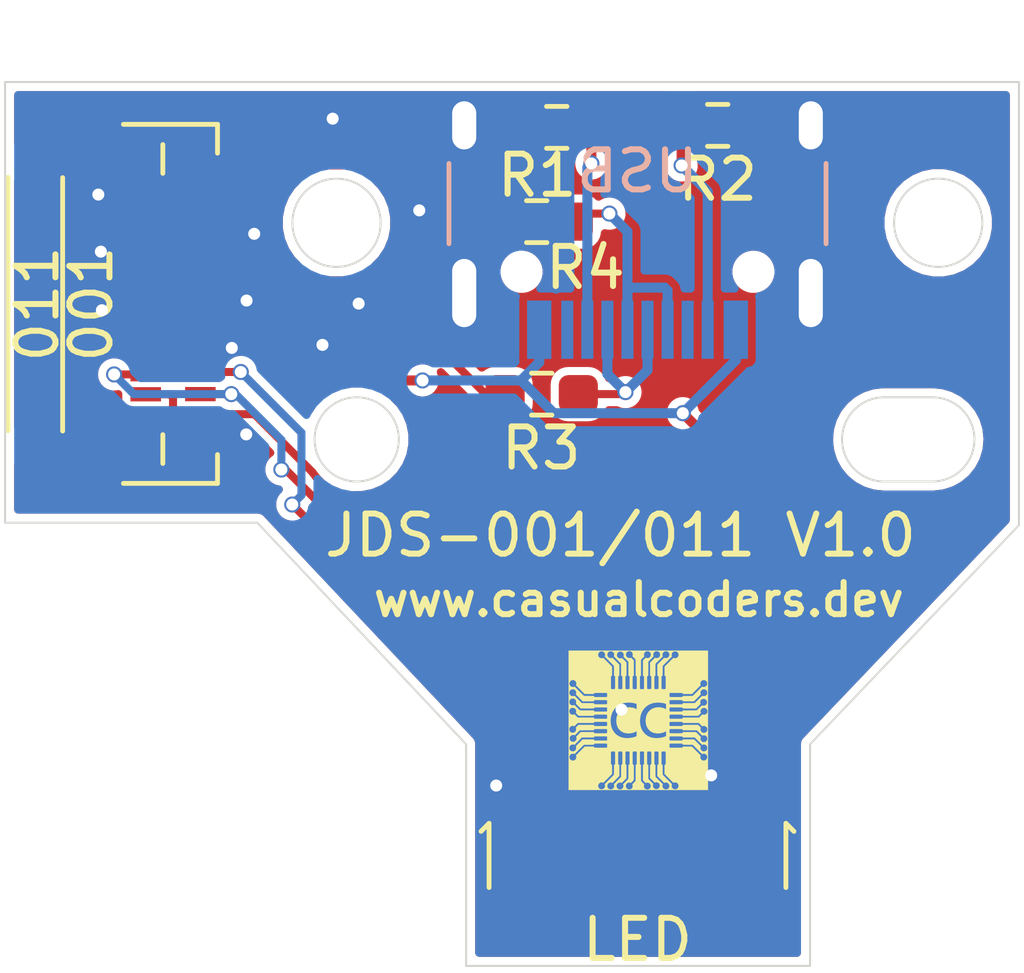
<source format=kicad_pcb>
(kicad_pcb (version 20171130) (host pcbnew "(5.1.10)-1")
  (layers (0 F.Cu signal) (31 B.Cu signal) (34 B.Paste user hide) (35 F.Paste user hide) (36 B.SilkS user) (37 F.SilkS user) (38 B.Mask user) (39 F.Mask user) (44 Edge.Cuts user))
  (net 0 "")
  (net 1 GND)
  (net 2 "Net-(J1-PadA6)")
  (net 3 "Net-(J1-PadB5)")
  (net 4 "Net-(J1-PadA8)")
  (net 5 "Net-(J1-PadA7)")
  (net 6 "Net-(J1-PadA5)")
  (net 7 "Net-(J1-PadB8)")
  (net 8 /d-)
  (net 9 /d+)
  (net 10 VCC)
  (net 11 /B)
  (net 12 /R)
  (net 13 /G)
  (net 14 "Net-(J3-Pad5)")
  (module "MSL0104RGB:3.5mm CC_Logo" (layer F.Cu) (at 119.9261 69.2531)
    (fp_text reference G*** hide)
    (fp_text value LOGO hide)
  )
  (module Resistor_SMD:R_0603_1608Metric_Pad0.98x0.95mm_HandSolder (layer F.Cu) (at 121.9049 54.4209 180)
    (fp_text reference R2 (at 0 -1.35) (layer F.SilkS))
    (fp_text value 5.1k)
    (pad 2 smd roundrect (at 0.9125 0 180) (size 0.975 0.95) (layers F.Cu F.Paste F.Mask) (net 3 "Net-(J1-PadB5)"))
    (pad 1 smd roundrect (at -0.9125 0 180) (size 0.975 0.95) (layers F.Cu F.Paste F.Mask) (net 1 GND))
  )
  (module Resistor_SMD:R_0603_1608Metric_Pad0.98x0.95mm_HandSolder (layer F.Cu) (at 117.5174 61.1209)
    (fp_text reference R3 (at -0.0125 1.35) (layer F.SilkS))
    (fp_text value Comp)
    (pad 1 smd roundrect (at -0.9125 0) (size 0.975 0.95) (layers F.Cu F.Paste F.Mask) (net 8 /d-))
    (pad 2 smd roundrect (at 0.9125 0) (size 0.975 0.95) (layers F.Cu F.Paste F.Mask) (net 5 "Net-(J1-PadA7)"))
  )
  (module Resistor_SMD:R_0603_1608Metric_Pad0.98x0.95mm_HandSolder (layer F.Cu) (at 117.3924 56.8209)
    (fp_text reference R4 (at 1.2125 1.15) (layer F.SilkS))
    (fp_text value Comp)
    (pad 2 smd roundrect (at 0.9125 0) (size 0.975 0.95) (layers F.Cu F.Paste F.Mask) (net 2 "Net-(J1-PadA6)"))
    (pad 1 smd roundrect (at -0.9125 0) (size 0.975 0.95) (layers F.Cu F.Paste F.Mask) (net 9 /d+))
  )
  (module Resistor_SMD:R_0603_1608Metric_Pad0.98x0.95mm_HandSolder (layer F.Cu) (at 117.8924 54.4709)
    (fp_text reference R1 (at -0.4875 1.2) (layer F.SilkS))
    (fp_text value 5.1k)
    (pad 1 smd roundrect (at -0.9125 0) (size 0.975 0.95) (layers F.Cu F.Paste F.Mask) (net 1 GND))
    (pad 2 smd roundrect (at 0.9125 0) (size 0.975 0.95) (layers F.Cu F.Paste F.Mask) (net 6 "Net-(J1-PadA5)"))
  )
  (module Connector_USB:USB_C_Receptacle_HRO_TYPE-C-31-M-12 (layer B.Cu) (at 119.9049 55.4709)
    (fp_text reference USB (at -0.0042 0.0916) (layer B.SilkS) (effects (justify mirror)))
    (fp_text value USB_C_Receptacle_USB2.0 hide)
    (pad B1 smd rect (at 3.25 4.045) (size 0.6 1.45) (layers B.Cu B.Paste B.Mask) (net 1 GND))
    (pad A9 smd rect (at 2.45 4.045) (size 0.6 1.45) (layers B.Cu B.Paste B.Mask) (net 10 VCC))
    (pad B9 smd rect (at -2.45 4.045) (size 0.6 1.45) (layers B.Cu B.Paste B.Mask) (net 10 VCC))
    (pad B12 smd rect (at -3.25 4.045) (size 0.6 1.45) (layers B.Cu B.Paste B.Mask) (net 1 GND))
    (pad A1 smd rect (at -3.25 4.045) (size 0.6 1.45) (layers B.Cu B.Paste B.Mask) (net 1 GND))
    (pad A4 smd rect (at -2.45 4.045) (size 0.6 1.45) (layers B.Cu B.Paste B.Mask) (net 10 VCC))
    (pad B4 smd rect (at 2.45 4.045) (size 0.6 1.45) (layers B.Cu B.Paste B.Mask) (net 10 VCC))
    (pad A12 smd rect (at 3.25 4.045) (size 0.6 1.45) (layers B.Cu B.Paste B.Mask) (net 1 GND))
    (pad B8 smd rect (at -1.75 4.045) (size 0.3 1.45) (layers B.Cu B.Paste B.Mask) (net 7 "Net-(J1-PadB8)"))
    (pad A5 smd rect (at -1.25 4.045) (size 0.3 1.45) (layers B.Cu B.Paste B.Mask) (net 6 "Net-(J1-PadA5)"))
    (pad B7 smd rect (at -0.75 4.045) (size 0.3 1.45) (layers B.Cu B.Paste B.Mask) (net 5 "Net-(J1-PadA7)"))
    (pad A7 smd rect (at 0.25 4.045) (size 0.3 1.45) (layers B.Cu B.Paste B.Mask) (net 5 "Net-(J1-PadA7)"))
    (pad B6 smd rect (at 0.75 4.045) (size 0.3 1.45) (layers B.Cu B.Paste B.Mask) (net 2 "Net-(J1-PadA6)"))
    (pad A8 smd rect (at 1.25 4.045) (size 0.3 1.45) (layers B.Cu B.Paste B.Mask) (net 4 "Net-(J1-PadA8)"))
    (pad B5 smd rect (at 1.75 4.045) (size 0.3 1.45) (layers B.Cu B.Paste B.Mask) (net 3 "Net-(J1-PadB5)"))
    (pad A6 smd rect (at -0.25 4.045) (size 0.3 1.45) (layers B.Cu B.Paste B.Mask) (net 2 "Net-(J1-PadA6)"))
    (pad S1 thru_hole oval (at 4.32 3.13) (size 1 2.1) (drill oval 0.6 1.7) (layers *.Cu *.Mask) (net 1 GND))
    (pad S1 thru_hole oval (at -4.32 3.13) (size 1 2.1) (drill oval 0.6 1.7) (layers *.Cu *.Mask) (net 1 GND))
    (pad "" np_thru_hole circle (at -2.89 2.6) (size 0.65 0.65) (drill 0.65) (layers *.Cu *.Mask))
    (pad S1 thru_hole oval (at -4.32 -1.05) (size 1 1.6) (drill oval 0.6 1.2) (layers *.Cu *.Mask) (net 1 GND))
    (pad "" np_thru_hole circle (at 2.89 2.6) (size 0.65 0.65) (drill 0.65) (layers *.Cu *.Mask))
    (pad S1 thru_hole oval (at 4.32 -1.05) (size 1 1.6) (drill oval 0.6 1.2) (layers *.Cu *.Mask) (net 1 GND))
  )
  (module MSL0104RGB:MSL0104RGB (layer F.Cu) (at 119.9049 72.9209)
    (fp_text reference D1)
    (fp_text value MSL0104RGB)
    (fp_text user LED (at 0 1.8) (layer F.SilkS))
    (pad 7 smd rect (at 2.95 -0.3) (size 1.06 1.58) (layers F.Cu F.Paste F.Mask) (net 10 VCC))
    (pad 6 smd rect (at 1.8 0) (size 0.6 2.18) (layers F.Cu F.Paste F.Mask) (net 10 VCC))
    (pad 5 smd rect (at 0.9 0) (size 0.6 2.18) (layers F.Cu F.Paste F.Mask) (net 11 /B))
    (pad 4 smd rect (at 0 0) (size 0.6 2.18) (layers F.Cu F.Paste F.Mask) (net 12 /R))
    (pad 3 smd rect (at -0.9 0) (size 0.6 2.18) (layers F.Cu F.Paste F.Mask) (net 13 /G))
    (pad 2 smd rect (at -1.8 0) (size 0.6 2.18) (layers F.Cu F.Paste F.Mask) (net 10 VCC))
    (pad 1 smd rect (at -2.95 -0.3) (size 1.06 1.58) (layers F.Cu F.Paste F.Mask) (net 10 VCC))
  )
  (module "Molex 503480-1400:503480-1400" (layer F.Cu) (at 107.5049 58.3709 270)
    (fp_text reference J2)
    (fp_text value Conn_01x14)
    (fp_text user 001 (at 0.5063 1.2186 90) (layer F.SilkS))
    (pad 16 smd rect (at 4.55 1.1466 270) (size 0.3556 1.0414) (layers F.Cu F.Paste F.Mask))
    (pad 15 smd rect (at -3.540001 1.1466 270) (size 0.3556 1.0414) (layers F.Cu F.Paste F.Mask))
    (pad 12 smd rect (at 2.75 -1.5034 270) (size 0.3556 0.762) (layers F.Cu F.Paste F.Mask) (net 12 /R))
    (pad 11 smd rect (at 2.250001 -1.5034 270) (size 0.3556 0.762) (layers F.Cu F.Paste F.Mask) (net 13 /G))
    (pad 10 smd rect (at 1.749999 -1.5034 270) (size 0.3556 0.762) (layers F.Cu F.Paste F.Mask) (net 1 GND))
    (pad 9 smd rect (at 1.25 -1.5034 270) (size 0.3556 0.762) (layers F.Cu F.Paste F.Mask) (net 10 VCC))
    (pad 8 smd rect (at 0.750001 -1.5034 270) (size 0.3556 0.762) (layers F.Cu F.Paste F.Mask) (net 10 VCC))
    (pad 7 smd rect (at 0.25 -1.5034 270) (size 0.3556 0.762) (layers F.Cu F.Paste F.Mask) (net 10 VCC))
    (pad 6 smd rect (at -0.25 -1.5034 270) (size 0.3556 0.762) (layers F.Cu F.Paste F.Mask) (net 1 GND))
    (pad 5 smd rect (at -0.750001 -1.5034 270) (size 0.3556 0.762) (layers F.Cu F.Paste F.Mask) (net 8 /d-))
    (pad 4 smd rect (at -1.25 -1.5034 270) (size 0.3556 0.762) (layers F.Cu F.Paste F.Mask) (net 1 GND))
    (pad 3 smd rect (at -1.749999 -1.5034 270) (size 0.3556 0.762) (layers F.Cu F.Paste F.Mask) (net 9 /d+))
    (pad 2 smd rect (at -2.250001 -1.5034 270) (size 0.3556 0.762) (layers F.Cu F.Paste F.Mask) (net 1 GND))
    (pad 1 smd rect (at -2.75 -1.5034 270) (size 0.3556 0.762) (layers F.Cu F.Paste F.Mask) (net 1 GND))
    (pad 13 smd rect (at 3.25 -1.5034 270) (size 0.3556 0.762) (layers F.Cu F.Paste F.Mask) (net 11 /B))
    (pad 14 smd rect (at 3.75 -1.4934 270) (size 0.3556 0.762) (layers F.Cu F.Paste F.Mask) (net 1 GND))
  )
  (module "Molex 5034801200:503480-1200" (layer F.Cu) (at 106.1418 58.874599 270)
    (fp_text reference 011 (at 0 1.2017 270) (layer F.SilkS))
    (fp_text value Conn_01x12 hide)
    (pad 14 smd rect (at 3.540001 1.1466 270) (size 0.3556 1.0414) (layers F.Cu F.Paste F.Mask))
    (pad 13 smd rect (at -3.540001 1.1466 270) (size 0.3556 1.0414) (layers F.Cu F.Paste F.Mask))
    (pad 12 smd rect (at 2.75 -1.5034 270) (size 0.3556 0.762) (layers F.Cu F.Paste F.Mask) (net 1 GND))
    (pad 11 smd rect (at 2.250001 -1.5034 270) (size 0.3556 0.762) (layers F.Cu F.Paste F.Mask) (net 11 /B))
    (pad 10 smd rect (at 1.749999 -1.5034 270) (size 0.3556 0.762) (layers F.Cu F.Paste F.Mask) (net 12 /R))
    (pad 9 smd rect (at 1.25 -1.5034 270) (size 0.3556 0.762) (layers F.Cu F.Paste F.Mask) (net 13 /G))
    (pad 8 smd rect (at 0.750001 -1.5034 270) (size 0.3556 0.762) (layers F.Cu F.Paste F.Mask) (net 10 VCC))
    (pad 7 smd rect (at 0.25 -1.5034 270) (size 0.3556 0.762) (layers F.Cu F.Paste F.Mask) (net 1 GND))
    (pad 6 smd rect (at -0.25 -1.5034 270) (size 0.3556 0.762) (layers F.Cu F.Paste F.Mask) (net 14 "Net-(J3-Pad5)"))
    (pad 5 smd rect (at -0.750001 -1.5034 270) (size 0.3556 0.762) (layers F.Cu F.Paste F.Mask) (net 14 "Net-(J3-Pad5)"))
    (pad 4 smd rect (at -1.25 -1.5034 270) (size 0.3556 0.762) (layers F.Cu F.Paste F.Mask) (net 1 GND))
    (pad 3 smd rect (at -1.749999 -1.5034 270) (size 0.3556 0.762) (layers F.Cu F.Paste F.Mask) (net 8 /d-))
    (pad 2 smd rect (at -2.250001 -1.5034 270) (size 0.3556 0.762) (layers F.Cu F.Paste F.Mask) (net 9 /d+))
    (pad 1 smd rect (at -2.75 -1.5034 270) (size 0.3556 0.762) (layers F.Cu F.Paste F.Mask) (net 1 GND))
  )
  (gr_line (start 115.6335 75.3745) (end 124.206 75.3745) (layer Edge.Cuts) (width 0.05))
  (gr_line (start 104.14 64.3255) (end 110.4265 64.3255) (layer Edge.Cuts) (width 0.05))
  (gr_line (start 129.413 64.389) (end 129.413 53.34) (layer Edge.Cuts) (width 0.05))
  (gr_text www.casualcoders.dev (at 119.9388 66.2432) (layer F.SilkS) (effects (font (size 0.8 0.8))))
  (gr_text "JDS-001/011 V1.0" (at 119.4816 64.643) (layer F.SilkS) (effects (font (size 1 1))))
  (gr_line (start 124.206 75.3745) (end 124.206 69.84962) (layer Edge.Cuts) (width 0.05))
  (gr_arc (start 126.0549 62.24922) (end 126.0549 61.19922) (angle -180) (layer Edge.Cuts) (width 0.05))
  (gr_circle (center 112.9049 62.24922) (end 111.8549 62.24922) (layer Edge.Cuts) (width 0.05))
  (gr_line (start 115.6335 69.85) (end 110.4265 64.3255) (layer Edge.Cuts) (width 0.05))
  (gr_line (start 129.413 53.34) (end 104.14 53.34) (layer Edge.Cuts) (width 0.05))
  (gr_line (start 126.0549 61.19922) (end 127.2549 61.19922) (layer Edge.Cuts) (width 0.05))
  (gr_line (start 124.206 69.84962) (end 129.413 64.389) (layer Edge.Cuts) (width 0.05))
  (gr_line (start 127.2549 63.29922) (end 126.0549 63.29922) (layer Edge.Cuts) (width 0.05))
  (gr_circle (center 112.40212 56.84922) (end 111.30212 56.84922) (layer Edge.Cuts) (width 0.05))
  (gr_line (start 115.6335 75.3745) (end 115.6335 69.85) (layer Edge.Cuts) (width 0.05))
  (gr_arc (start 127.2549 62.24922) (end 127.2549 63.29922) (angle -180) (layer Edge.Cuts) (width 0.05))
  (gr_line (start 104.14 53.34) (end 104.14 64.3255) (layer Edge.Cuts) (width 0.05))
  (gr_circle (center 127.40212 56.84922) (end 126.30212 56.84922) (layer Edge.Cuts) (width 0.05))
  (via (at 114.4651 56.5404) (size 0.4) (drill 0.3) (layers F.Cu B.Cu) (net 1))
  (via (at 110.1598 58.7883) (size 0.4) (drill 0.3) (layers F.Cu B.Cu) (net 1))
  (via (at 110.3503 57.1246) (size 0.4) (drill 0.3) (layers F.Cu B.Cu) (net 1))
  (via (at 112.3061 54.2544) (size 0.4) (drill 0.3) (layers F.Cu B.Cu) (net 1))
  (via (at 106.5276 57.5691) (size 0.4) (drill 0.3) (layers F.Cu B.Cu) (net 1))
  (via (at 119.507 68.9864) (size 0.4) (drill 0.3) (layers F.Cu B.Cu) (net 1))
  (via (at 116.3828 70.8787) (size 0.4) (drill 0.3) (layers F.Cu B.Cu) (net 1))
  (via (at 112.0521 59.8932) (size 0.4) (drill 0.3) (layers F.Cu B.Cu) (net 1))
  (via (at 112.9538 58.8645) (size 0.4) (drill 0.3) (layers F.Cu B.Cu) (net 1))
  (via (at 109.7915 59.9694) (size 0.4) (drill 0.3) (layers F.Cu B.Cu) (net 1))
  (via (at 106.4641 56.1467) (size 0.4) (drill 0.3) (layers F.Cu B.Cu) (net 1))
  (via (at 121.7422 70.6247) (size 0.4) (drill 0.3) (layers F.Cu B.Cu) (net 1))
  (via (at 106.553 59.0296) (size 0.4) (drill 0.3) (layers F.Cu B.Cu) (net 1))
  (segment (start 108.9983 62.1209) (end 110.147792 62.1209) (width 0.2) (layer F.Cu) (net 1))
  (segment (start 110.147792 62.1209) (end 110.151346 62.124454) (width 0.2) (layer F.Cu) (net 1))
  (via (at 110.151346 62.124454) (size 0.4) (drill 0.3) (layers F.Cu B.Cu) (net 1))
  (segment (start 119.744899 58.465899) (end 119.6549 58.555898) (width 0.25) (layer B.Cu) (net 2))
  (segment (start 119.6549 58.555898) (end 119.6549 59.5159) (width 0.25) (layer B.Cu) (net 2))
  (segment (start 119.6549 59.5159) (end 119.6549 57.0709) (width 0.25) (layer B.Cu) (net 2))
  (segment (start 119.6549 57.0709) (end 119.2049 56.6209) (width 0.25) (layer B.Cu) (net 2))
  (segment (start 119.2049 56.6209) (end 118.5049 56.6209) (width 0.2) (layer F.Cu) (net 2))
  (segment (start 118.5049 56.6209) (end 118.3049 56.8209) (width 0.2) (layer F.Cu) (net 2))
  (segment (start 120.6549 58.5409) (end 120.579899 58.465899) (width 0.25) (layer B.Cu) (net 2))
  (segment (start 120.6549 59.5159) (end 120.6549 58.5409) (width 0.25) (layer B.Cu) (net 2))
  (segment (start 120.579899 58.465899) (end 119.744899 58.465899) (width 0.25) (layer B.Cu) (net 2))
  (via (at 119.2049 56.6209) (size 0.4) (drill 0.3) (layers F.Cu B.Cu) (net 2))
  (segment (start 121.6549 56.0709) (end 121.0049 55.4209) (width 0.25) (layer B.Cu) (net 3))
  (segment (start 121.0049 54.4334) (end 120.9924 54.4209) (width 0.25) (layer F.Cu) (net 3))
  (segment (start 121.6549 59.5159) (end 121.6549 56.0709) (width 0.25) (layer B.Cu) (net 3))
  (segment (start 121.0049 55.4209) (end 121.0049 54.4334) (width 0.25) (layer F.Cu) (net 3))
  (via (at 121.0049 55.4209) (size 0.4) (drill 0.3) (layers F.Cu B.Cu) (net 3))
  (segment (start 118.4299 61.1209) (end 119.5549 61.1209) (width 0.2) (layer F.Cu) (net 5))
  (segment (start 119.5549 61.1209) (end 119.6049 61.0709) (width 0.2) (layer F.Cu) (net 5))
  (segment (start 119.1549 60.6209) (end 119.1549 59.5159) (width 0.25) (layer B.Cu) (net 5))
  (segment (start 120.1549 59.5159) (end 120.1549 60.5209) (width 0.25) (layer B.Cu) (net 5))
  (segment (start 120.1549 60.5209) (end 119.6049 61.0709) (width 0.25) (layer B.Cu) (net 5))
  (segment (start 119.6049 61.0709) (end 119.1549 60.6209) (width 0.25) (layer B.Cu) (net 5))
  (via (at 119.6049 61.0709) (size 0.4) (drill 0.3) (layers F.Cu B.Cu) (net 5))
  (segment (start 118.7549 55.3709) (end 118.7549 54.5209) (width 0.25) (layer F.Cu) (net 6))
  (segment (start 118.7549 54.5209) (end 118.8049 54.4709) (width 0.25) (layer F.Cu) (net 6))
  (segment (start 118.6549 59.5159) (end 118.6549 55.4709) (width 0.25) (layer B.Cu) (net 6))
  (segment (start 118.6549 55.4709) (end 118.7549 55.3709) (width 0.25) (layer B.Cu) (net 6))
  (via (at 118.7549 55.3709) (size 0.4) (drill 0.3) (layers F.Cu B.Cu) (net 6))
  (segment (start 108.326201 57.206798) (end 108.244003 57.1246) (width 0.2) (layer F.Cu) (net 8))
  (segment (start 108.326201 57.537603) (end 108.326201 57.206798) (width 0.2) (layer F.Cu) (net 8))
  (segment (start 108.244003 57.1246) (end 107.6452 57.1246) (width 0.2) (layer F.Cu) (net 8))
  (segment (start 109.0083 57.620899) (end 108.409497 57.620899) (width 0.2) (layer F.Cu) (net 8))
  (segment (start 108.409497 57.620899) (end 108.326201 57.537603) (width 0.2) (layer F.Cu) (net 8))
  (segment (start 116.6049 61.1209) (end 116.1174 61.1209) (width 0.2) (layer F.Cu) (net 8))
  (segment (start 116.1174 61.1209) (end 113.279264 58.282764) (width 0.2) (layer F.Cu) (net 8))
  (segment (start 113.279264 58.282764) (end 110.268966 58.282764) (width 0.2) (layer F.Cu) (net 8))
  (segment (start 110.268966 58.282764) (end 109.607101 57.620899) (width 0.2) (layer F.Cu) (net 8))
  (segment (start 109.607101 57.620899) (end 109.0083 57.620899) (width 0.2) (layer F.Cu) (net 8))
  (segment (start 107.6452 56.624598) (end 109.004603 56.624598) (width 0.2) (layer F.Cu) (net 9))
  (segment (start 109.004603 56.624598) (end 109.0083 56.620901) (width 0.2) (layer F.Cu) (net 9))
  (segment (start 116.4799 56.8209) (end 115.080214 55.421214) (width 0.2) (layer F.Cu) (net 9))
  (segment (start 115.080214 55.421214) (end 110.806787 55.421214) (width 0.2) (layer F.Cu) (net 9))
  (segment (start 110.806787 55.421214) (end 109.6071 56.620901) (width 0.2) (layer F.Cu) (net 9))
  (segment (start 109.6071 56.620901) (end 109.0083 56.620901) (width 0.2) (layer F.Cu) (net 9))
  (segment (start 109.0083 59.6209) (end 107.6489 59.6209) (width 0.2) (layer F.Cu) (net 10))
  (segment (start 107.6489 59.6209) (end 107.6452 59.6246) (width 0.2) (layer F.Cu) (net 10))
  (segment (start 122.3549 59.5159) (end 122.3549 60.275902) (width 0.25) (layer B.Cu) (net 10))
  (segment (start 122.8549 72.6209) (end 122.8549 63.4159) (width 0.25) (layer F.Cu) (net 10))
  (segment (start 122.8549 63.4159) (end 121.034901 61.595901) (width 0.25) (layer F.Cu) (net 10))
  (segment (start 122.3549 60.275902) (end 121.034901 61.595901) (width 0.25) (layer B.Cu) (net 10))
  (segment (start 109.0083 59.120901) (end 109.6393 59.120901) (width 0.25) (layer F.Cu) (net 10))
  (segment (start 116.9549 72.6209) (end 116.9549 73.6609) (width 0.25) (layer F.Cu) (net 10))
  (segment (start 109.0083 59.120901) (end 109.0083 58.623701) (width 0.25) (layer F.Cu) (net 10))
  (segment (start 114.546168 60.779632) (end 117.00117 60.779632) (width 0.25) (layer B.Cu) (net 10))
  (segment (start 117.00117 60.779632) (end 117.4549 60.325902) (width 0.25) (layer B.Cu) (net 10))
  (segment (start 122.8549 72.6209) (end 122.0049 72.6209) (width 0.25) (layer F.Cu) (net 10))
  (segment (start 117.4549 60.325902) (end 117.4549 59.5159) (width 0.25) (layer B.Cu) (net 10))
  (segment (start 122.8549 73.6609) (end 122.8549 72.6209) (width 0.25) (layer F.Cu) (net 10))
  (segment (start 109.0083 59.120901) (end 109.0083 59.618098) (width 0.25) (layer F.Cu) (net 10))
  (segment (start 117.629901 74.335901) (end 122.179899 74.335901) (width 0.25) (layer F.Cu) (net 10))
  (segment (start 122.179899 74.335901) (end 122.8549 73.6609) (width 0.25) (layer F.Cu) (net 10))
  (segment (start 116.9549 72.6209) (end 117.8049 72.6209) (width 0.25) (layer F.Cu) (net 10))
  (segment (start 109.6393 59.120901) (end 111.298031 60.779632) (width 0.25) (layer F.Cu) (net 10))
  (segment (start 116.9549 73.6609) (end 117.629901 74.335901) (width 0.25) (layer F.Cu) (net 10))
  (segment (start 117.8049 72.6209) (end 118.1049 72.9209) (width 0.25) (layer F.Cu) (net 10))
  (segment (start 111.298031 60.779632) (end 114.546168 60.779632) (width 0.25) (layer F.Cu) (net 10))
  (segment (start 122.0049 72.6209) (end 121.7049 72.9209) (width 0.25) (layer F.Cu) (net 10))
  (segment (start 121.034901 61.595901) (end 117.817439 61.595901) (width 0.25) (layer B.Cu) (net 10))
  (segment (start 117.817439 61.595901) (end 117.00117 60.779632) (width 0.25) (layer B.Cu) (net 10))
  (via (at 114.546168 60.779632) (size 0.4) (drill 0.3) (layers F.Cu B.Cu) (net 10))
  (via (at 121.034901 61.595901) (size 0.4) (drill 0.3) (layers F.Cu B.Cu) (net 10))
  (segment (start 108.409498 61.6209) (end 108.326201 61.537603) (width 0.2) (layer F.Cu) (net 11))
  (segment (start 109.0083 61.6209) (end 108.409498 61.6209) (width 0.2) (layer F.Cu) (net 11))
  (segment (start 108.326201 61.537603) (end 108.326201 61.206798) (width 0.2) (layer F.Cu) (net 11))
  (segment (start 108.326201 61.206798) (end 108.244003 61.1246) (width 0.2) (layer F.Cu) (net 11))
  (segment (start 108.244003 61.1246) (end 107.6452 61.1246) (width 0.2) (layer F.Cu) (net 11))
  (segment (start 110.354899 61.6209) (end 109.0083 61.6209) (width 0.2) (layer F.Cu) (net 11))
  (segment (start 111.90863 63.210782) (end 111.797127 63.063128) (width 0.2) (layer F.Cu) (net 11))
  (segment (start 120.8049 72.9209) (end 120.8049 71.6309) (width 0.2) (layer F.Cu) (net 11))
  (segment (start 120.8049 71.6309) (end 120.40489 71.23089) (width 0.2) (layer F.Cu) (net 11))
  (segment (start 120.40489 71.23089) (end 119.928738 71.23089) (width 0.2) (layer F.Cu) (net 11))
  (segment (start 119.928738 71.23089) (end 111.90863 63.210782) (width 0.2) (layer F.Cu) (net 11))
  (segment (start 120.8049 72.9209) (end 120.8049 72.1209) (width 0.2) (layer F.Cu) (net 11))
  (segment (start 111.797127 63.063128) (end 110.354899 61.6209) (width 0.2) (layer F.Cu) (net 11))
  (segment (start 109.7788 61.1209) (end 107.3489 61.1209) (width 0.2) (layer B.Cu) (net 12))
  (segment (start 107.3489 61.1209) (end 106.8578 60.6298) (width 0.2) (layer B.Cu) (net 12))
  (segment (start 107.639998 60.6298) (end 107.6452 60.624598) (width 0.2) (layer F.Cu) (net 12))
  (segment (start 106.8578 60.6298) (end 107.639998 60.6298) (width 0.2) (layer F.Cu) (net 12))
  (via (at 106.8578 60.6298) (size 0.4) (drill 0.3) (layers F.Cu B.Cu) (net 12))
  (via (at 111.027496 63.000604) (size 0.4) (drill 0.3) (layers F.Cu B.Cu) (net 12))
  (via (at 109.7788 61.1209) (size 0.4) (drill 0.3) (layers F.Cu B.Cu) (net 12))
  (segment (start 111.103975 62.971825) (end 111.056275 62.971825) (width 0.2) (layer F.Cu) (net 12))
  (segment (start 109.887794 61.1209) (end 109.7788 61.1209) (width 0.2) (layer B.Cu) (net 12))
  (segment (start 111.056275 62.971825) (end 111.027496 63.000604) (width 0.2) (layer F.Cu) (net 12))
  (segment (start 111.027496 63.000604) (end 111.027496 62.260602) (width 0.2) (layer B.Cu) (net 12))
  (segment (start 111.027496 62.260602) (end 109.887794 61.1209) (width 0.2) (layer B.Cu) (net 12))
  (segment (start 109.7788 61.1209) (end 109.0083 61.1209) (width 0.2) (layer F.Cu) (net 12))
  (segment (start 119.9049 71.77275) (end 119.9049 72.9209) (width 0.2) (layer F.Cu) (net 12))
  (segment (start 111.103975 62.971825) (end 119.9049 71.77275) (width 0.2) (layer F.Cu) (net 12))
  (segment (start 109.0083 60.620901) (end 108.4095 60.620901) (width 0.2) (layer F.Cu) (net 13))
  (segment (start 108.326201 60.537602) (end 108.326201 60.206797) (width 0.2) (layer F.Cu) (net 13))
  (segment (start 108.326201 60.206797) (end 108.244003 60.124599) (width 0.2) (layer F.Cu) (net 13))
  (segment (start 108.4095 60.620901) (end 108.326201 60.537602) (width 0.2) (layer F.Cu) (net 13))
  (segment (start 108.244003 60.124599) (end 107.6452 60.124599) (width 0.2) (layer F.Cu) (net 13))
  (via (at 111.298071 63.873029) (size 0.4) (drill 0.3) (layers F.Cu B.Cu) (net 13))
  (via (at 110.015139 60.569406) (size 0.4) (drill 0.3) (layers F.Cu B.Cu) (net 13))
  (segment (start 119.0049 71.579858) (end 111.298071 63.873029) (width 0.2) (layer F.Cu) (net 13))
  (segment (start 111.527497 63.643603) (end 111.527497 62.081764) (width 0.2) (layer B.Cu) (net 13))
  (segment (start 110.015139 60.569406) (end 109.590292 60.569406) (width 0.2) (layer F.Cu) (net 13))
  (segment (start 109.590292 60.569406) (end 109.538797 60.620901) (width 0.2) (layer F.Cu) (net 13))
  (segment (start 109.538797 60.620901) (end 109.0083 60.620901) (width 0.2) (layer F.Cu) (net 13))
  (segment (start 111.298071 63.873029) (end 111.527497 63.643603) (width 0.2) (layer B.Cu) (net 13))
  (segment (start 119.0049 71.6309) (end 119.0049 71.579858) (width 0.2) (layer F.Cu) (net 13))
  (segment (start 111.527497 62.081764) (end 110.015139 60.569406) (width 0.2) (layer B.Cu) (net 13))
  (segment (start 119.0049 71.6309) (end 119.0049 72.9209) (width 0.2) (layer F.Cu) (net 13))
  (segment (start 119.0049 71.890898) (end 119.0049 72.9209) (width 0.2) (layer F.Cu) (net 13))
  (segment (start 107.6452 58.624599) (end 107.6452 58.124598) (width 0.2) (layer F.Cu) (net 14))
  (zone (net 1) (net_name GND) (layer F.Cu) (connect_pads yes (clearance 0.2)) (min_thickness 0.2) (fill yes (arc_segments 32) (thermal_gap 0.25) (thermal_bridge_width 0.25))
    (polygon (pts (xy 129.4765 64.4525) (xy 124.2695 69.9135) (xy 124.2695 75.438) (xy 115.57 75.438) (xy 115.57 69.9135) (xy 110.236 64.389) (xy 104.0765 64.389) (xy 104.0765 53.2765) (xy 129.4765 53.2765)))
  )
  (zone (net 1) (net_name GND) (layer B.Cu) (connect_pads yes (clearance 0.2)) (min_thickness 0.2) (fill yes (arc_segments 32) (thermal_gap 0.25) (thermal_bridge_width 0.25))
    (polygon (pts (xy 129.54 64.4525) (xy 124.333 69.9135) (xy 124.333 75.5015) (xy 115.5065 75.5015) (xy 115.5065 69.9135) (xy 110.236 64.4525) (xy 104.013 64.4525) (xy 104.013 53.213) (xy 129.54 53.213)))
  )
)
</source>
